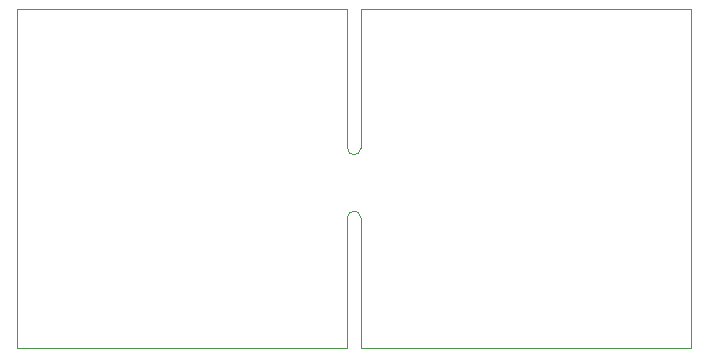
<source format=gbr>
G04 #@! TF.GenerationSoftware,KiCad,Pcbnew,(5.0.1)-4*
G04 #@! TF.CreationDate,2019-03-05T01:58:22+01:00*
G04 #@! TF.ProjectId,1U Headphone,3155204865616470686F6E652E6B6963,rev?*
G04 #@! TF.SameCoordinates,Original*
G04 #@! TF.FileFunction,Profile,NP*
%FSLAX46Y46*%
G04 Gerber Fmt 4.6, Leading zero omitted, Abs format (unit mm)*
G04 Created by KiCad (PCBNEW (5.0.1)-4) date 3/5/2019 1:58:22 AM*
%MOMM*%
%LPD*%
G01*
G04 APERTURE LIST*
%ADD10C,0.100000*%
G04 APERTURE END LIST*
D10*
X46837600Y-65938400D02*
X46837600Y-76962000D01*
X45720000Y-76962000D02*
X45720000Y-65938400D01*
X45720000Y-65938400D02*
G75*
G02X46837600Y-65938400I558800J0D01*
G01*
X46837600Y-60045600D02*
G75*
G02X45720000Y-60045600I-558800J0D01*
G01*
X74777600Y-76962000D02*
X46837600Y-76962000D01*
X46837600Y-48260000D02*
X74777600Y-48260000D01*
X74777600Y-48260000D02*
X74777600Y-76962000D01*
X46837600Y-60045600D02*
X46837600Y-48260000D01*
X17780000Y-76962000D02*
X17780000Y-48260000D01*
X45720000Y-76962000D02*
X17780000Y-76962000D01*
X45720000Y-48260000D02*
X45720000Y-60045600D01*
X17780000Y-48260000D02*
X45720000Y-48260000D01*
M02*

</source>
